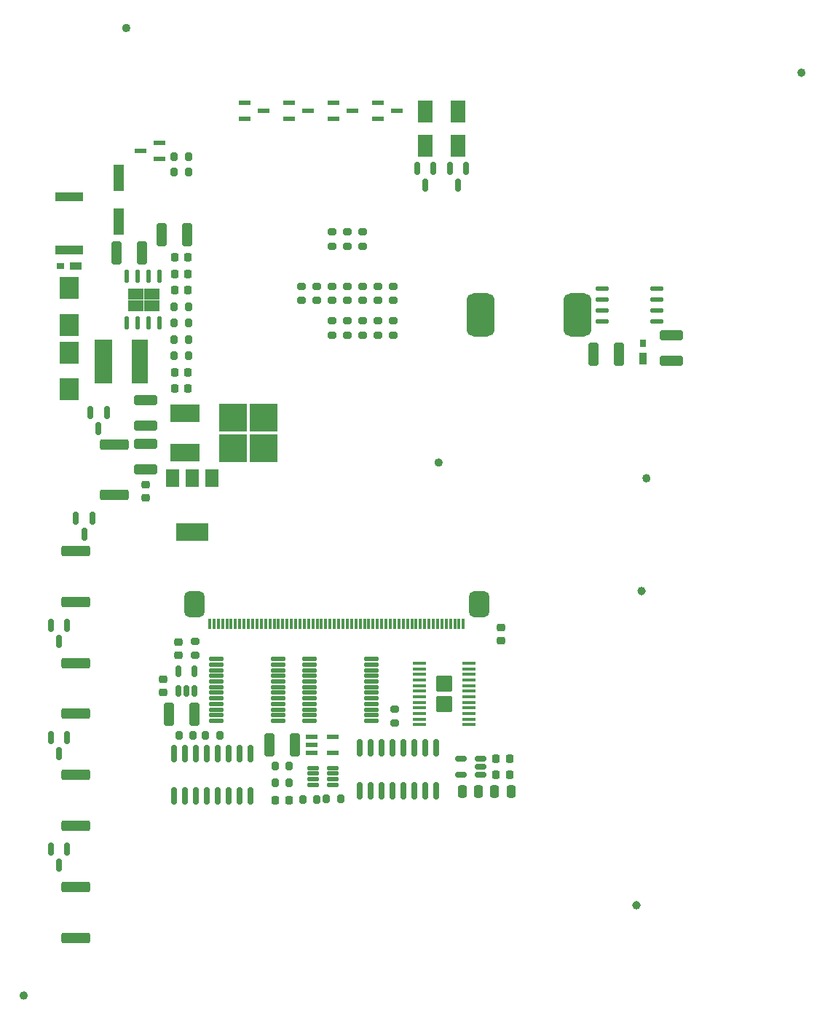
<source format=gtp>
G04 #@! TF.GenerationSoftware,KiCad,Pcbnew,(6.0.5-0)*
G04 #@! TF.CreationDate,2022-10-21T13:34:58+09:00*
G04 #@! TF.ProjectId,qPCR-main,71504352-2d6d-4616-996e-2e6b69636164,rev?*
G04 #@! TF.SameCoordinates,Original*
G04 #@! TF.FileFunction,Paste,Top*
G04 #@! TF.FilePolarity,Positive*
%FSLAX46Y46*%
G04 Gerber Fmt 4.6, Leading zero omitted, Abs format (unit mm)*
G04 Created by KiCad (PCBNEW (6.0.5-0)) date 2022-10-21 13:34:58*
%MOMM*%
%LPD*%
G01*
G04 APERTURE LIST*
G04 Aperture macros list*
%AMRoundRect*
0 Rectangle with rounded corners*
0 $1 Rounding radius*
0 $2 $3 $4 $5 $6 $7 $8 $9 X,Y pos of 4 corners*
0 Add a 4 corners polygon primitive as box body*
4,1,4,$2,$3,$4,$5,$6,$7,$8,$9,$2,$3,0*
0 Add four circle primitives for the rounded corners*
1,1,$1+$1,$2,$3*
1,1,$1+$1,$4,$5*
1,1,$1+$1,$6,$7*
1,1,$1+$1,$8,$9*
0 Add four rect primitives between the rounded corners*
20,1,$1+$1,$2,$3,$4,$5,0*
20,1,$1+$1,$4,$5,$6,$7,0*
20,1,$1+$1,$6,$7,$8,$9,0*
20,1,$1+$1,$8,$9,$2,$3,0*%
G04 Aperture macros list end*
%ADD10C,0.475000*%
%ADD11C,0.100000*%
%ADD12RoundRect,0.150000X-0.150000X0.587500X-0.150000X-0.587500X0.150000X-0.587500X0.150000X0.587500X0*%
%ADD13RoundRect,0.250000X-0.250000X-0.475000X0.250000X-0.475000X0.250000X0.475000X-0.250000X0.475000X0*%
%ADD14R,2.300000X2.500000*%
%ADD15RoundRect,0.250000X-1.425000X0.362500X-1.425000X-0.362500X1.425000X-0.362500X1.425000X0.362500X0*%
%ADD16R,3.200000X1.000000*%
%ADD17R,1.900000X5.100000*%
%ADD18R,2.100000X5.100000*%
%ADD19RoundRect,0.225000X0.225000X0.250000X-0.225000X0.250000X-0.225000X-0.250000X0.225000X-0.250000X0*%
%ADD20RoundRect,0.225000X-0.225000X-0.250000X0.225000X-0.250000X0.225000X0.250000X-0.225000X0.250000X0*%
%ADD21R,1.800000X2.500000*%
%ADD22RoundRect,0.200000X-0.275000X0.200000X-0.275000X-0.200000X0.275000X-0.200000X0.275000X0.200000X0*%
%ADD23RoundRect,0.200000X0.275000X-0.200000X0.275000X0.200000X-0.275000X0.200000X-0.275000X-0.200000X0*%
%ADD24RoundRect,0.109795X-0.765205X-0.109794X0.765205X-0.109794X0.765205X0.109794X-0.765205X0.109794X0*%
%ADD25RoundRect,0.150000X-0.150000X0.825000X-0.150000X-0.825000X0.150000X-0.825000X0.150000X0.825000X0*%
%ADD26RoundRect,0.225000X0.250000X-0.225000X0.250000X0.225000X-0.250000X0.225000X-0.250000X-0.225000X0*%
%ADD27RoundRect,0.225000X-0.250000X0.225000X-0.250000X-0.225000X0.250000X-0.225000X0.250000X0.225000X0*%
%ADD28RoundRect,0.250000X0.325000X1.100000X-0.325000X1.100000X-0.325000X-1.100000X0.325000X-1.100000X0*%
%ADD29RoundRect,0.109795X-0.552705X-0.109795X0.552705X-0.109795X0.552705X0.109795X-0.552705X0.109795X0*%
%ADD30RoundRect,0.150000X0.150000X-0.512500X0.150000X0.512500X-0.150000X0.512500X-0.150000X-0.512500X0*%
%ADD31RoundRect,0.250000X0.715000X0.695000X-0.715000X0.695000X-0.715000X-0.695000X0.715000X-0.695000X0*%
%ADD32RoundRect,0.100000X0.687500X0.100000X-0.687500X0.100000X-0.687500X-0.100000X0.687500X-0.100000X0*%
%ADD33RoundRect,0.200000X0.200000X0.275000X-0.200000X0.275000X-0.200000X-0.275000X0.200000X-0.275000X0*%
%ADD34R,1.473200X0.558800*%
%ADD35RoundRect,0.200000X-0.200000X-0.275000X0.200000X-0.275000X0.200000X0.275000X-0.200000X0.275000X0*%
%ADD36RoundRect,0.072295X0.072295X0.552705X-0.072295X0.552705X-0.072295X-0.552705X0.072295X-0.552705X0*%
%ADD37RoundRect,0.600000X0.600000X0.899999X-0.600000X0.899999X-0.600000X-0.899999X0.600000X-0.899999X0*%
%ADD38RoundRect,0.139700X-0.139700X0.590550X-0.139700X-0.590550X0.139700X-0.590550X0.139700X0.590550X0*%
%ADD39R,1.320800X0.558800*%
%ADD40R,1.397000X0.889000*%
%ADD41R,0.863600X0.762000*%
%ADD42R,1.500000X2.000000*%
%ADD43R,3.800000X2.000000*%
%ADD44R,0.889000X1.397000*%
%ADD45R,0.762000X0.863600*%
%ADD46RoundRect,0.114300X0.643700X0.114300X-0.643700X0.114300X-0.643700X-0.114300X0.643700X-0.114300X0*%
%ADD47RoundRect,0.250000X1.100000X-0.325000X1.100000X0.325000X-1.100000X0.325000X-1.100000X-0.325000X0*%
%ADD48RoundRect,0.812500X0.812500X1.687500X-0.812500X1.687500X-0.812500X-1.687500X0.812500X-1.687500X0*%
%ADD49R,1.219200X3.098800*%
%ADD50RoundRect,0.150000X0.512500X0.150000X-0.512500X0.150000X-0.512500X-0.150000X0.512500X-0.150000X0*%
%ADD51RoundRect,0.250000X0.250000X0.475000X-0.250000X0.475000X-0.250000X-0.475000X0.250000X-0.475000X0*%
%ADD52RoundRect,0.250000X-0.325000X-1.100000X0.325000X-1.100000X0.325000X1.100000X-0.325000X1.100000X0*%
%ADD53R,3.300000X3.300000*%
%ADD54R,3.500000X2.000000*%
G04 APERTURE END LIST*
D10*
X100062503Y-35109990D02*
G75*
G03*
X100062503Y-35109990I-237500J0D01*
G01*
X88137500Y-147500000D02*
G75*
G03*
X88137500Y-147500000I-237500J0D01*
G01*
X136373510Y-85589999D02*
G75*
G03*
X136373510Y-85589999I-237500J0D01*
G01*
X178562493Y-40299996D02*
G75*
G03*
X178562493Y-40299996I-237500J0D01*
G01*
X160542510Y-87409999D02*
G75*
G03*
X160542510Y-87409999I-237500J0D01*
G01*
X159977500Y-100510000D02*
G75*
G03*
X159977500Y-100510000I-237500J0D01*
G01*
X159377500Y-137010000D02*
G75*
G03*
X159377500Y-137010000I-237500J0D01*
G01*
G36*
X101710000Y-67908900D02*
G01*
X100055800Y-67908900D01*
X100055800Y-66750000D01*
X101710000Y-66750000D01*
X101710000Y-67908900D01*
G37*
D11*
X101710000Y-67908900D02*
X100055800Y-67908900D01*
X100055800Y-66750000D01*
X101710000Y-66750000D01*
X101710000Y-67908900D01*
G36*
X103564200Y-67908900D02*
G01*
X101910000Y-67908900D01*
X101910000Y-66750000D01*
X103564200Y-66750000D01*
X103564200Y-67908900D01*
G37*
X103564200Y-67908900D02*
X101910000Y-67908900D01*
X101910000Y-66750000D01*
X103564200Y-66750000D01*
X103564200Y-67908900D01*
G36*
X101710000Y-66550000D02*
G01*
X100055800Y-66550000D01*
X100055800Y-65391100D01*
X101710000Y-65391100D01*
X101710000Y-66550000D01*
G37*
X101710000Y-66550000D02*
X100055800Y-66550000D01*
X100055800Y-65391100D01*
X101710000Y-65391100D01*
X101710000Y-66550000D01*
G36*
X103564200Y-66550000D02*
G01*
X101910000Y-66550000D01*
X101910000Y-65391100D01*
X103564200Y-65391100D01*
X103564200Y-66550000D01*
G37*
X103564200Y-66550000D02*
X101910000Y-66550000D01*
X101910000Y-65391100D01*
X103564200Y-65391100D01*
X103564200Y-66550000D01*
D12*
X97560000Y-79732500D03*
X95660000Y-79732500D03*
X96610000Y-81607500D03*
X95870000Y-92062500D03*
X93970000Y-92062500D03*
X94920000Y-93937500D03*
X92926000Y-104512500D03*
X91026000Y-104512500D03*
X91976000Y-106387500D03*
X92926000Y-117512500D03*
X91026000Y-117512500D03*
X91976000Y-119387500D03*
X92926000Y-130512500D03*
X91026000Y-130512500D03*
X91976000Y-132387500D03*
D13*
X138902505Y-123797500D03*
X140802505Y-123797500D03*
D14*
X93220007Y-69619995D03*
X93220007Y-65319995D03*
X93220007Y-72799990D03*
X93220007Y-77099990D03*
D15*
X98430000Y-83457500D03*
X98430000Y-89382500D03*
X93936000Y-95857500D03*
X93936000Y-101782500D03*
X93936000Y-108857500D03*
X93936000Y-114782500D03*
X93936000Y-121857500D03*
X93936000Y-127782500D03*
X93936000Y-134857500D03*
X93936000Y-140782500D03*
D16*
X93220007Y-60900011D03*
X93220007Y-54700011D03*
D17*
X101395000Y-73880000D03*
D18*
X97195000Y-73880000D03*
D19*
X107004988Y-63677800D03*
X105454988Y-63677800D03*
D20*
X105454988Y-75107800D03*
X107004988Y-75107800D03*
D21*
X134590000Y-48790000D03*
X134590000Y-44790000D03*
X138400000Y-48790000D03*
X138400000Y-44790000D03*
D12*
X135540000Y-51452500D03*
X133640000Y-51452500D03*
X134590000Y-53327500D03*
X139350000Y-51452500D03*
X137450000Y-51452500D03*
X138400000Y-53327500D03*
D22*
X123725991Y-58779021D03*
X123725991Y-60429021D03*
D23*
X125503991Y-60429021D03*
X125503991Y-58779021D03*
D24*
X110245846Y-108425983D03*
X110245846Y-109075981D03*
X110245846Y-109725982D03*
X110245846Y-110375982D03*
X110245846Y-111025982D03*
X110245846Y-111675982D03*
X110245846Y-112325982D03*
X110245846Y-112975982D03*
X110245846Y-113625982D03*
X110245846Y-114275982D03*
X110245846Y-114925983D03*
X110245846Y-115575981D03*
X117445846Y-115575981D03*
X117445846Y-114925983D03*
X117445846Y-114275982D03*
X117445846Y-113625982D03*
X117445846Y-112975982D03*
X117445846Y-112325982D03*
X117445846Y-111675982D03*
X117445846Y-111025982D03*
X117445846Y-110375982D03*
X117445846Y-109725982D03*
X117445846Y-109075981D03*
X117445846Y-108425983D03*
D25*
X135865000Y-118745000D03*
X134595000Y-118745000D03*
X133325000Y-118745000D03*
X132055000Y-118745000D03*
X130785000Y-118745000D03*
X129515000Y-118745000D03*
X128245000Y-118745000D03*
X126975000Y-118745000D03*
X126975000Y-123695000D03*
X128245000Y-123695000D03*
X129515000Y-123695000D03*
X130785000Y-123695000D03*
X132055000Y-123695000D03*
X133325000Y-123695000D03*
X134595000Y-123695000D03*
X135865000Y-123695000D03*
D24*
X121135855Y-108425983D03*
X121135855Y-109075981D03*
X121135855Y-109725982D03*
X121135855Y-110375982D03*
X121135855Y-111025982D03*
X121135855Y-111675982D03*
X121135855Y-112325982D03*
X121135855Y-112975982D03*
X121135855Y-113625982D03*
X121135855Y-114275982D03*
X121135855Y-114925983D03*
X121135855Y-115575981D03*
X128335855Y-115575981D03*
X128335855Y-114925983D03*
X128335855Y-114275982D03*
X128335855Y-113625982D03*
X128335855Y-112975982D03*
X128335855Y-112325982D03*
X128335855Y-111675982D03*
X128335855Y-111025982D03*
X128335855Y-110375982D03*
X128335855Y-109725982D03*
X128335855Y-109075981D03*
X128335855Y-108425983D03*
D26*
X104069998Y-112284988D03*
X104069998Y-110734988D03*
D27*
X143430000Y-104765000D03*
X143430000Y-106315000D03*
X105885005Y-106405000D03*
X105885005Y-107955000D03*
D20*
X117164998Y-124822407D03*
X118714998Y-124822407D03*
D28*
X119414998Y-118369994D03*
X116464998Y-118369994D03*
D29*
X121562500Y-121075000D03*
X121562500Y-121725000D03*
X121562500Y-122375000D03*
X121562500Y-123025000D03*
X123837500Y-123025000D03*
X123837500Y-122375000D03*
X123837500Y-121725000D03*
X123837500Y-121075000D03*
D30*
X105887505Y-112127500D03*
X106837505Y-112127500D03*
X107787505Y-112127500D03*
X107787505Y-109852500D03*
X105887505Y-109852500D03*
D31*
X136804400Y-111301200D03*
X136804400Y-113641200D03*
D32*
X139666900Y-116046200D03*
X139666900Y-115396200D03*
X139666900Y-114746200D03*
X139666900Y-114096200D03*
X139666900Y-113446200D03*
X139666900Y-112796200D03*
X139666900Y-112146200D03*
X139666900Y-111496200D03*
X139666900Y-110846200D03*
X139666900Y-110196200D03*
X139666900Y-109546200D03*
X139666900Y-108896200D03*
X133941900Y-108896200D03*
X133941900Y-109546200D03*
X133941900Y-110196200D03*
X133941900Y-110846200D03*
X133941900Y-111496200D03*
X133941900Y-112146200D03*
X133941900Y-112796200D03*
X133941900Y-113446200D03*
X133941900Y-114096200D03*
X133941900Y-114746200D03*
X133941900Y-115396200D03*
X133941900Y-116046200D03*
D33*
X118764998Y-122765007D03*
X117114998Y-122765007D03*
D25*
X114255000Y-119395620D03*
X112985000Y-119395620D03*
X111715000Y-119395620D03*
X110445000Y-119395620D03*
X109175000Y-119395620D03*
X107905000Y-119395620D03*
X106635000Y-119395620D03*
X105365000Y-119395620D03*
X105365000Y-124345620D03*
X106635000Y-124345620D03*
X107905000Y-124345620D03*
X109175000Y-124345620D03*
X110445000Y-124345620D03*
X111715000Y-124345620D03*
X112985000Y-124345620D03*
X114255000Y-124345620D03*
D34*
X121416191Y-117419993D03*
X121416191Y-118369994D03*
X121416191Y-119319995D03*
X123803791Y-119319995D03*
X123803791Y-117419993D03*
D35*
X117114998Y-120860007D03*
X118764998Y-120860007D03*
X105965007Y-117320009D03*
X107615007Y-117320009D03*
D33*
X121975000Y-124690000D03*
X120325000Y-124690000D03*
D35*
X123085000Y-124640000D03*
X124735000Y-124640000D03*
D36*
X139019991Y-104340000D03*
X138519991Y-104340000D03*
X138019991Y-104340000D03*
X137519991Y-104340000D03*
X137019991Y-104340000D03*
X136519991Y-104340000D03*
X136019992Y-104340000D03*
X135519990Y-104340000D03*
X135019991Y-104340000D03*
X134519990Y-104340000D03*
X134019991Y-104340000D03*
X133519992Y-104340000D03*
X133019990Y-104340000D03*
X132519991Y-104340000D03*
X132019990Y-104340000D03*
X131519991Y-104340000D03*
X131019992Y-104340000D03*
X130519990Y-104340000D03*
X130019991Y-104340000D03*
X129519992Y-104340000D03*
X129019991Y-104340000D03*
X128519992Y-104340000D03*
X128019990Y-104340000D03*
X127519991Y-104340000D03*
X127019992Y-104340000D03*
X126519991Y-104340000D03*
X126019992Y-104340000D03*
X125519990Y-104340000D03*
X125019991Y-104340000D03*
X124519992Y-104340000D03*
X124019991Y-104340000D03*
X123519992Y-104340000D03*
X123019990Y-104340000D03*
X122519991Y-104340000D03*
X122019992Y-104340000D03*
X121519990Y-104340000D03*
X121019991Y-104340000D03*
X120519990Y-104340000D03*
X120019991Y-104340000D03*
X119519992Y-104340000D03*
X119019990Y-104340000D03*
X118519991Y-104340000D03*
X118019990Y-104340000D03*
X117519991Y-104340000D03*
X117019992Y-104340000D03*
X116519990Y-104340000D03*
X116019991Y-104340000D03*
X115519990Y-104340000D03*
X115019991Y-104340000D03*
X114519992Y-104340000D03*
X114019990Y-104340000D03*
X113519991Y-104340000D03*
X113019992Y-104340000D03*
X112519993Y-104340000D03*
X112019994Y-104340000D03*
X111519995Y-104340000D03*
X111019996Y-104340000D03*
X110519997Y-104340000D03*
X110019998Y-104340000D03*
X109519999Y-104340000D03*
D37*
X140819991Y-102015000D03*
X107720003Y-102015000D03*
D38*
X103715000Y-63925850D03*
X102445000Y-63925850D03*
X101175000Y-63925850D03*
X99905000Y-63925850D03*
X99905000Y-69374150D03*
X101175000Y-69374150D03*
X102445000Y-69374150D03*
X103715000Y-69374150D03*
D27*
X102089991Y-88135008D03*
X102089991Y-89685008D03*
D39*
X123942805Y-43760212D03*
X123942805Y-45639812D03*
X126127205Y-44700012D03*
X129107794Y-43760212D03*
X129107794Y-45639812D03*
X131292194Y-44700012D03*
X120962191Y-44700012D03*
X118777791Y-45639812D03*
X118777791Y-43760212D03*
X113612803Y-43760212D03*
X113612803Y-45639812D03*
X115797203Y-44700012D03*
D40*
X93969307Y-62770004D03*
D41*
X92204007Y-62770004D03*
D42*
X109769991Y-87400009D03*
X107469991Y-87400009D03*
X105169991Y-87400009D03*
D43*
X107469991Y-93700009D03*
D19*
X107004988Y-65582800D03*
X105454988Y-65582800D03*
D35*
X105404988Y-67487800D03*
X107054988Y-67487800D03*
D44*
X159900000Y-73499300D03*
D45*
X159900000Y-71734000D03*
D46*
X161510206Y-69204992D03*
X161510206Y-67934992D03*
X161510206Y-66664992D03*
X161510206Y-65394992D03*
X155168206Y-67934992D03*
X155168206Y-66664992D03*
X155168206Y-65394992D03*
X155168206Y-69204992D03*
D47*
X163230000Y-73745000D03*
X163230000Y-70795000D03*
D28*
X157065000Y-73030000D03*
X154115000Y-73030000D03*
D48*
X152285006Y-68409998D03*
X141035006Y-68409998D03*
D22*
X130838000Y-65095000D03*
X130838000Y-66745000D03*
D23*
X120169991Y-66745010D03*
X120169991Y-65095010D03*
X127281991Y-66745010D03*
X127281991Y-65095010D03*
X129060000Y-66745000D03*
X129060000Y-65095000D03*
X121947991Y-66745010D03*
X121947991Y-65095010D03*
X123725991Y-66745010D03*
X123725991Y-65095010D03*
X125504000Y-66745000D03*
X125504000Y-65095000D03*
D22*
X130838000Y-69125000D03*
X130838000Y-70775000D03*
D23*
X127281991Y-60429021D03*
X127281991Y-58779021D03*
D22*
X127282000Y-69125000D03*
X127282000Y-70775000D03*
X129060000Y-69125000D03*
X129060000Y-70775000D03*
X125504000Y-69125000D03*
X125504000Y-70775000D03*
X123725991Y-69125000D03*
X123725991Y-70775000D03*
D23*
X131010000Y-115845000D03*
X131010000Y-114195000D03*
D35*
X105404988Y-73202800D03*
X107054988Y-73202800D03*
X105404988Y-51816000D03*
X107054988Y-51816000D03*
X107054988Y-50038000D03*
X105404988Y-50038000D03*
D39*
X103692200Y-50339800D03*
X103692200Y-48460200D03*
X101507800Y-49400000D03*
D47*
X102089991Y-81314998D03*
X102089991Y-78364998D03*
X102089991Y-86394998D03*
X102089991Y-83444998D03*
D28*
X106885000Y-59105800D03*
X103935000Y-59105800D03*
D19*
X107004988Y-61772800D03*
X105454988Y-61772800D03*
D49*
X98940010Y-57602704D03*
X98940010Y-52497304D03*
D50*
X140990005Y-121890000D03*
X140990005Y-120940000D03*
X140990005Y-119990000D03*
X138715005Y-119990000D03*
X138715005Y-121890000D03*
D19*
X144367502Y-119987500D03*
X142817502Y-119987500D03*
D23*
X107790005Y-108005000D03*
X107790005Y-106355000D03*
D33*
X107054988Y-71297800D03*
X105404988Y-71297800D03*
D35*
X109035004Y-117320009D03*
X110685004Y-117320009D03*
D51*
X144542502Y-123797500D03*
X142642502Y-123797500D03*
D52*
X104765000Y-114800000D03*
X107715000Y-114800000D03*
D53*
X115780000Y-83930000D03*
X112230000Y-83930000D03*
X112230000Y-80330000D03*
X115780000Y-80330000D03*
D54*
X106605000Y-79830000D03*
X106605000Y-84410000D03*
D19*
X107004988Y-77012800D03*
X105454988Y-77012800D03*
D35*
X105404988Y-69392800D03*
X107054988Y-69392800D03*
D19*
X144367502Y-121892500D03*
X142817502Y-121892500D03*
D52*
X98690000Y-61210000D03*
X101640000Y-61210000D03*
M02*

</source>
